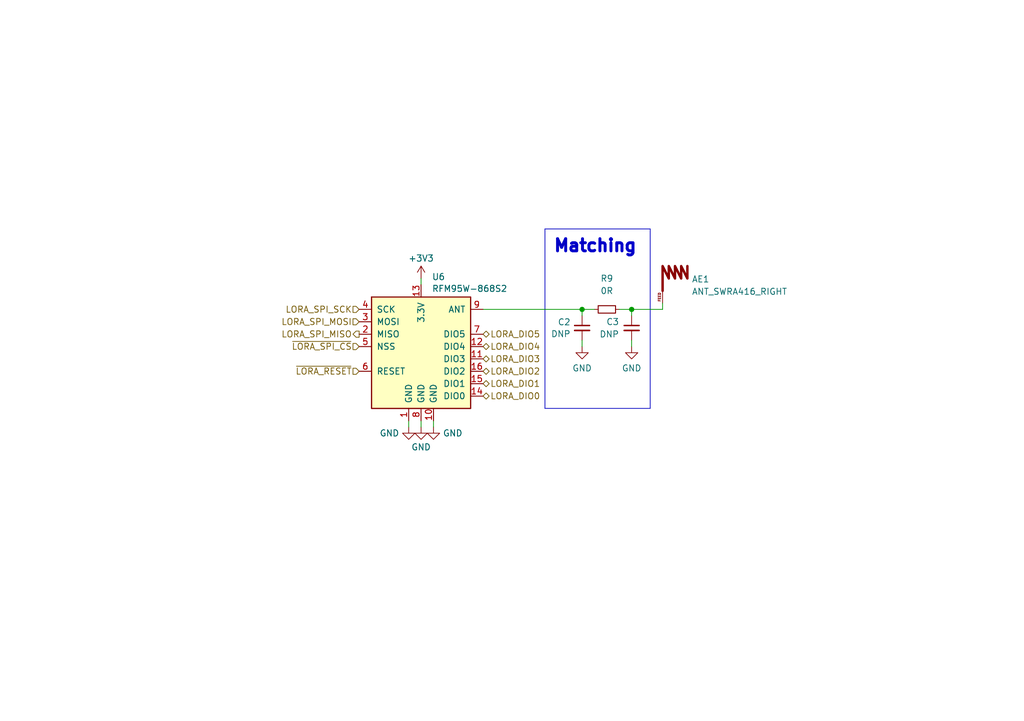
<source format=kicad_sch>
(kicad_sch (version 20230121) (generator eeschema)
  (paper "A5")
  (lib_symbols
    (symbol "GND_1" (power) (pin_names (offset 0))
      (property "Value" "GND_1" (at 0 -3.81 0))
      (symbol "GND_1_0_1"
        (polyline (pts (xy 0 0) (xy 0 -1.27) (xy 1.27 -1.27) (xy 0 -2.54) (xy -1.27 -1.27) (xy 0 -1.27)))
      )
      (symbol "GND_1_1_1"
        (pin power_in line (at 0 0 270) (length 0) hide (name "GND") (number "1"))
      )
    )
    (symbol "RF_Module:RFM95W-868S2" (pin_names (offset 1.016))
      (property "Reference" "U" (at -10.414 11.684 0))
      (property "Value" "RFM95W-868S2" (at 1.524 11.43 0))
      (symbol "RFM95W-868S2_0_1"
        (rectangle (start -10.16 10.16) (end 10.16 -12.7) (stroke (width 0.254)) (fill (type background)))
      )
      (symbol "RFM95W-868S2_1_1"
        (pin power_in line (at -2.54 -15.24 90) (length 2.54) (name "GND") (number "1"))
        (pin power_in line (at 2.54 -15.24 90) (length 2.54) (name "GND") (number "10"))
        (pin bidirectional line (at 12.7 -2.54 180) (length 2.54) (name "DIO3") (number "11"))
        (pin bidirectional line (at 12.7 0 180) (length 2.54) (name "DIO4") (number "12"))
        (pin power_in line (at 0 12.7 270) (length 2.54) (name "3.3V") (number "13"))
        (pin bidirectional line (at 12.7 -10.16 180) (length 2.54) (name "DIO0") (number "14"))
        (pin bidirectional line (at 12.7 -7.62 180) (length 2.54) (name "DIO1") (number "15"))
        (pin bidirectional line (at 12.7 -5.08 180) (length 2.54) (name "DIO2") (number "16"))
        (pin output line (at -12.7 2.54 0) (length 2.54) (name "MISO") (number "2"))
        (pin input line (at -12.7 5.08 0) (length 2.54) (name "MOSI") (number "3"))
        (pin input line (at -12.7 7.62 0) (length 2.54) (name "SCK") (number "4"))
        (pin input line (at -12.7 0 0) (length 2.54) (name "NSS") (number "5"))
        (pin bidirectional line (at -12.7 -5.08 0) (length 2.54) (name "RESET") (number "6"))
        (pin bidirectional line (at 12.7 2.54 180) (length 2.54) (name "DIO5") (number "7"))
        (pin power_in line (at 0 -15.24 90) (length 2.54) (name "GND") (number "8"))
        (pin bidirectional line (at 12.7 7.62 180) (length 2.54) (name "ANT") (number "9"))
      )
    )
    (symbol "plentify_symbols:ANT_SWRA416_RIGHT" (pin_numbers hide) (pin_names hide) (in_bom no)
      (property "Reference" "AE" (at -1.27 1.905 0))
      (property "Value" "ANT_SWRA416_RIGHT" (at -10.16 4.445 0))
      (symbol "ANT_SWRA416_RIGHT_0_0"
        (text "FEED" (at -0.635 -1.27 900) (effects (font (size 0.5 0.5))))
      )
      (symbol "ANT_SWRA416_RIGHT_0_1"
        (polyline (pts (xy 0 0) (xy 0 5.08) (xy 1.27 2.54) (xy 1.27 5.08) (xy 2.54 2.54) (xy 2.54 5.08) (xy 3.81 2.54) (xy 3.81 5.08) (xy 5.08 2.54) (xy 5.08 5.08)) (stroke (width 0.5)))
      )
      (symbol "ANT_SWRA416_RIGHT_1_1"
        (pin input line (at 0 -2.54 90) (length 2.54) (name "FEED") (number "1"))
      )
    )
    (symbol "plentify_symbols:CAP_0402_DNP" (pin_numbers hide) (pin_names (offset 0.254) hide) (in_bom no)
      (property "Reference" "C" (at 2.54 1.27 0))
      (property "Value" "CAP_0402_DNP" (at 2.54 -1.27 0))
      (symbol "CAP_0402_DNP_0_1"
        (polyline (pts (xy -1.524 -0.508) (xy 1.524 -0.508)) (stroke (width 0.3302)))
        (polyline (pts (xy -1.524 0.508) (xy 1.524 0.508)) (stroke (width 0.3048)))
      )
      (symbol "CAP_0402_DNP_1_1"
        (pin passive line (at 0 2.54 270) (length 2.032) (name "~") (number "1"))
        (pin passive line (at 0 -2.54 90) (length 2.032) (name "~") (number "2"))
      )
    )
    (symbol "plentify_symbols:RES_0402_0R_5%" (pin_numbers hide) (pin_names (offset 0.254) hide)
      (property "Reference" "R" (at 1.27 1.27 0))
      (property "Value" "0R" (at 1.27 -1.27 0))
      (symbol "RES_0402_0R_5%_0_1"
        (rectangle (start -0.762 1.778) (end 0.762 -1.778) (stroke (width 0.2032)))
      )
      (symbol "RES_0402_0R_5%_1_1"
        (pin passive line (at 0 2.54 270) (length 0.762) (name "~") (number "1"))
        (pin passive line (at 0 -2.54 90) (length 0.762) (name "~") (number "2"))
      )
    )
    (symbol "power:+3V3" (power) (pin_names (offset 0))
      (property "Value" "+3V3" (at 0 3.556 0))
      (symbol "+3V3_0_1"
        (polyline (pts (xy -0.762 1.27) (xy 0 2.54)))
        (polyline (pts (xy 0 0) (xy 0 2.54)))
        (polyline (pts (xy 0 2.54) (xy 0.762 1.27)))
      )
      (symbol "+3V3_1_1"
        (pin power_in line (at 0 0 90) (length 0) hide (name "+3V3") (number "1"))
      )
    )
    (symbol "power:GND" (power) (pin_names (offset 0))
      (property "Value" "GND" (at 0 -3.81 0))
      (symbol "GND_0_1"
        (polyline (pts (xy 0 0) (xy 0 -1.27) (xy 1.27 -1.27) (xy 0 -2.54) (xy -1.27 -1.27) (xy 0 -1.27)))
      )
      (symbol "GND_1_1"
        (pin power_in line (at 0 0 270) (length 0) hide (name "GND") (number "1"))
      )
    )
  )
  (junction (at 129.54 63.5))
  (junction (at 119.38 63.5))
  (wire (pts (xy 86.36 86.36) (xy 86.36 87.63)))
  (wire (pts (xy 88.9 86.36) (xy 88.9 87.63)))
  (wire (pts (xy 119.38 69.85) (xy 119.38 71.12)))
  (polyline (pts (xy 133.35 83.82) (xy 133.35 46.99)))
  (wire (pts (xy 119.38 63.5) (xy 119.38 64.77)))
  (wire (pts (xy 129.54 63.5) (xy 135.89 63.5)))
  (wire (pts (xy 83.82 86.36) (xy 83.82 87.63)))
  (polyline (pts (xy 111.76 46.99) (xy 111.76 83.82)))
  (wire (pts (xy 135.89 63.5) (xy 135.89 62.23)))
  (wire (pts (xy 129.54 63.5) (xy 127 63.5)))
  (polyline (pts (xy 111.76 83.82) (xy 133.35 83.82)))
  (wire (pts (xy 121.92 63.5) (xy 119.38 63.5)))
  (wire (pts (xy 86.36 57.15) (xy 86.36 58.42)))
  (polyline (pts (xy 111.76 46.99) (xy 133.35 46.99)))
  (wire (pts (xy 99.06 63.5) (xy 119.38 63.5)))
  (wire (pts (xy 129.54 64.77) (xy 129.54 63.5)))
  (wire (pts (xy 129.54 69.85) (xy 129.54 71.12)))
  (text "Matching" (at 130.81 52.07 0) (effects (font (size 2.5 2.5) (thickness 0.6) bold) (justify right bottom)))
  (hierarchical_label "~{LORA_SPI_CS}" (shape input) (at 73.66 71.12 180))
  (hierarchical_label "LORA_SPI_MOSI" (shape input) (at 73.66 66.04 180))
  (hierarchical_label "LORA_DIO3" (shape bidirectional) (at 99.06 73.66 0))
  (hierarchical_label "LORA_DIO1" (shape bidirectional) (at 99.06 78.74 0))
  (hierarchical_label "LORA_SPI_MISO" (shape output) (at 73.66 68.58 180))
  (hierarchical_label "LORA_SPI_SCK" (shape input) (at 73.66 63.5 180))
  (hierarchical_label "LORA_DIO4" (shape bidirectional) (at 99.06 71.12 0))
  (hierarchical_label "LORA_DIO0" (shape bidirectional) (at 99.06 81.28 0))
  (hierarchical_label "LORA_DIO5" (shape bidirectional) (at 99.06 68.58 0))
  (hierarchical_label "LORA_DIO2" (shape bidirectional) (at 99.06 76.2 0))
  (hierarchical_label "~{LORA_RESET}" (shape input) (at 73.66 76.2 180))
  (symbol (lib_name "GND_1") (lib_id "power:GND") (at 83.82 87.63 0) (unit 1)
    (property "Reference" "#PWR07" (effects hide))
    (property "Value" "GND" (at 81.9151 88.9 0) (effects (justify right)))
  )
  (symbol (lib_id "plentify_symbols:RES_0402_0R_5%") (at 124.46 63.5 270) (mirror x) (unit 1)
    (property "Reference" "R9" (at 124.46 57.15 90))
    (property "Value" "0R" (at 124.46 59.69 90))
    (property "Footprint" "Resistor_SMD:R_0402_1005Metric" (effects hide))
    (property "SKU" "RES-0402-0001" (effects hide))
    (property "Tolerance" "5%" (effects hide))
  )
  (symbol (lib_name "GND_1") (lib_id "power:GND") (at 88.9 87.63 0) (unit 1)
    (property "Reference" "#PWR033" (effects hide))
    (property "Value" "GND" (at 90.805 88.9 0) (effects (justify left)))
  )
  (symbol (lib_id "power:GND") (at 119.38 71.12 0) (mirror y) (unit 1)
    (property "Reference" "#PWR034" (effects hide))
    (property "Value" "GND" (at 119.38 75.5634 0))
  )
  (symbol (lib_id "power:+3V3") (at 86.36 57.15 0) (unit 1)
    (property "Reference" "#PWR08" (effects hide))
    (property "Value" "+3V3" (at 86.36 53.0169 0))
  )
  (symbol (lib_id "plentify_symbols:ANT_SWRA416_RIGHT") (at 135.89 59.69 0) (unit 1) (in_bom no)
    (property "Reference" "AE1" (at 141.855 57.2992 0) (effects (justify left)))
    (property "Value" "ANT_SWRA416_RIGHT" (at 141.855 59.8361 0) (effects (justify left)))
    (property "Footprint" "RF_Antenna:Texas_SWRA416_868MHz_915MHz" (effects hide))
    (property "Datasheet" "https://www.ti.com/lit/an/swra416/swra416.pdf" (effects hide))
    (property "MPN" "SWRA416" (effects hide))
  )
  (symbol (lib_id "plentify_symbols:CAP_0402_DNP") (at 119.38 67.31 0) (mirror y) (unit 1) (in_bom no)
    (property "Reference" "C2" (at 117.056 66.1042 0) (effects (justify left)))
    (property "Value" "DNP" (at 117.056 68.5284 0) (effects (justify left)))
    (property "Footprint" "Capacitor_SMD:C_0402_1005Metric" (effects hide))
    (property "SKU" "CAP-0402-0005" (effects hide))
    (property "Dielectric" "C0G" (effects hide))
    (property "Voltage Rating" "6.3v" (effects hide))
    (property "DNP" "1" (effects hide))
  )
  (symbol (lib_id "RF_Module:RFM95W-868S2") (at 86.36 71.12 0) (unit 1)
    (property "Reference" "U6" (at 88.5541 56.8157 0) (effects (justify left)))
    (property "Value" "RFM95W-868S2" (at 88.5541 59.2399 0) (effects (justify left)))
    (property "Footprint" "RF_Module:HOPERF_RFM9XW_SMD" (effects hide))
    (property "Datasheet" "https://www.hoperf.com/data/upload/portal/20181127/5bfcbea20e9ef.pdf" (effects hide))
  )
  (symbol (lib_id "power:GND") (at 129.54 71.12 0) (mirror y) (unit 1)
    (property "Reference" "#PWR035" (effects hide))
    (property "Value" "GND" (at 129.54 75.5634 0))
  )
  (symbol (lib_id "plentify_symbols:CAP_0402_DNP") (at 129.54 67.31 0) (mirror y) (unit 1) (in_bom no)
    (property "Reference" "C3" (at 127 66.0462 0) (effects (justify left)))
    (property "Value" "DNP" (at 127 68.5862 0) (effects (justify left)))
    (property "Footprint" "Capacitor_SMD:C_0402_1005Metric" (effects hide))
    (property "SKU" "CAP-0402-0005" (effects hide))
    (property "Dielectric" "C0G" (effects hide))
    (property "Voltage Rating" "6.3v" (effects hide))
    (property "DNP" "1" (effects hide))
  )
  (symbol (lib_name "GND_1") (lib_id "power:GND") (at 86.36 87.63 0) (unit 1)
    (property "Reference" "#PWR032" (effects hide))
    (property "Value" "GND" (at 86.36 91.7631 0))
  )
)
</source>
